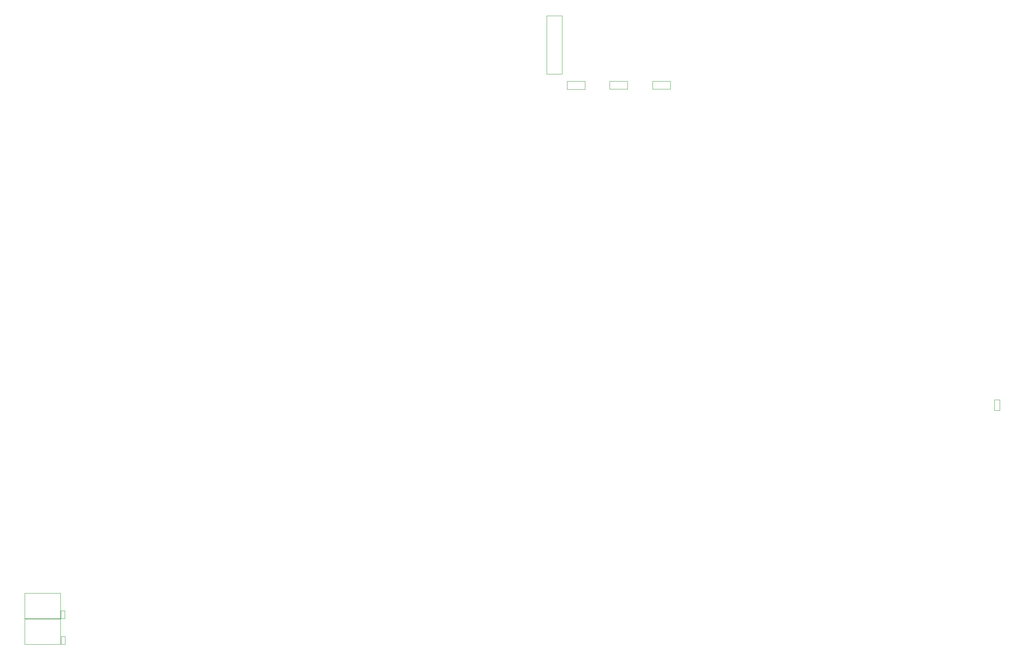
<source format=gbr>
G04 #@! TF.GenerationSoftware,KiCad,Pcbnew,9.0.0*
G04 #@! TF.CreationDate,2025-04-22T01:26:24+02:00*
G04 #@! TF.ProjectId,takt11800,74616b74-3131-4383-9030-2e6b69636164,1.0.0*
G04 #@! TF.SameCoordinates,Original*
G04 #@! TF.FileFunction,Other,User*
%FSLAX46Y46*%
G04 Gerber Fmt 4.6, Leading zero omitted, Abs format (unit mm)*
G04 Created by KiCad (PCBNEW 9.0.0) date 2025-04-22 01:26:24*
%MOMM*%
%LPD*%
G01*
G04 APERTURE LIST*
%ADD10C,0.050000*%
G04 APERTURE END LIST*
D10*
X294000000Y-86580000D02*
X294000000Y-88480000D01*
X294000000Y-88480000D02*
X298240000Y-88480000D01*
X298240000Y-86580000D02*
X294000000Y-86580000D01*
X298240000Y-88480000D02*
X298240000Y-86580000D01*
X304090000Y-86540000D02*
X304090000Y-88440000D01*
X304090000Y-88440000D02*
X308330000Y-88440000D01*
X308330000Y-86540000D02*
X304090000Y-86540000D01*
X308330000Y-88440000D02*
X308330000Y-86540000D01*
X314250000Y-86540000D02*
X314250000Y-88440000D01*
X314250000Y-88440000D02*
X318490000Y-88440000D01*
X318490000Y-86540000D02*
X314250000Y-86540000D01*
X318490000Y-88440000D02*
X318490000Y-86540000D01*
X165550000Y-213890000D02*
X165550000Y-219890000D01*
X165550000Y-219890000D02*
X174050000Y-219890000D01*
X174050000Y-213890000D02*
X165550000Y-213890000D01*
X174050000Y-219890000D02*
X174050000Y-213890000D01*
X289210000Y-71090000D02*
X289210000Y-84840000D01*
X289210000Y-84840000D02*
X292810000Y-84840000D01*
X292810000Y-71090000D02*
X289210000Y-71090000D01*
X292810000Y-84840000D02*
X292810000Y-71090000D01*
X174220000Y-218020000D02*
X174220000Y-219880000D01*
X174220000Y-219880000D02*
X175160000Y-219880000D01*
X175160000Y-218020000D02*
X174220000Y-218020000D01*
X175160000Y-219880000D02*
X175160000Y-218020000D01*
X165550000Y-207800000D02*
X165550000Y-213800000D01*
X165550000Y-213800000D02*
X174050000Y-213800000D01*
X174050000Y-207800000D02*
X165550000Y-207800000D01*
X174050000Y-213800000D02*
X174050000Y-207800000D01*
X174180000Y-211970000D02*
X174180000Y-213790000D01*
X174180000Y-213790000D02*
X175100000Y-213790000D01*
X175100000Y-211970000D02*
X174180000Y-211970000D01*
X175100000Y-213790000D02*
X175100000Y-211970000D01*
X395210000Y-161980000D02*
X395210000Y-164520000D01*
X395210000Y-164520000D02*
X396470000Y-164520000D01*
X396470000Y-161980000D02*
X395210000Y-161980000D01*
X396470000Y-164520000D02*
X396470000Y-161980000D01*
M02*

</source>
